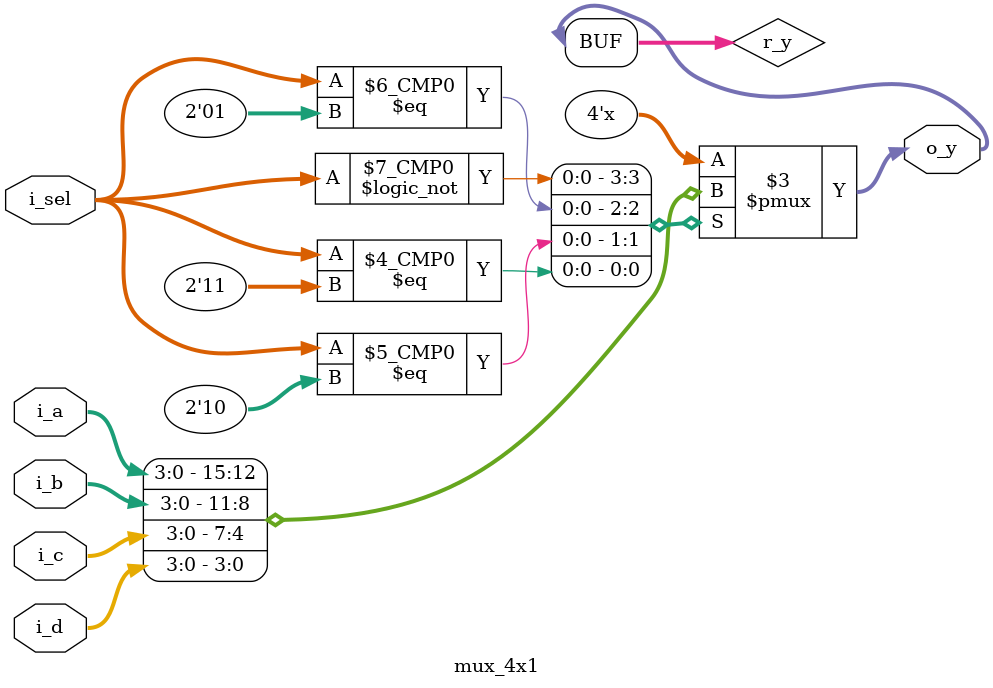
<source format=v>
`timescale 1ns / 1ps


module mux_4x1(
    input [3:0] i_a, i_b, i_c, i_d,
    input [1:0] i_sel,
    output [3:0] o_y
    );
    
    reg [3:0] r_y = 0;
    assign o_y = r_y;
    
    always @(i_sel) begin
        case(i_sel)
            0: r_y = i_a;
            1: r_y = i_b;
            2: r_y = i_c;
            3: r_y = i_d;
        endcase
    end
endmodule

</source>
